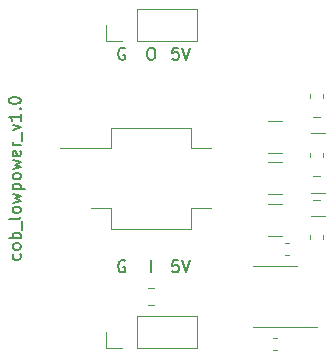
<source format=gbr>
G04 #@! TF.GenerationSoftware,KiCad,Pcbnew,5.1.4-e60b266~84~ubuntu18.04.1*
G04 #@! TF.CreationDate,2019-11-06T20:36:44-07:00*
G04 #@! TF.ProjectId,cob_5x5_lowpower,636f625f-3578-4355-9f6c-6f77706f7765,rev?*
G04 #@! TF.SameCoordinates,Original*
G04 #@! TF.FileFunction,Legend,Top*
G04 #@! TF.FilePolarity,Positive*
%FSLAX46Y46*%
G04 Gerber Fmt 4.6, Leading zero omitted, Abs format (unit mm)*
G04 Created by KiCad (PCBNEW 5.1.4-e60b266~84~ubuntu18.04.1) date 2019-11-06 20:36:44*
%MOMM*%
%LPD*%
G04 APERTURE LIST*
%ADD10C,0.150000*%
%ADD11C,0.120000*%
G04 APERTURE END LIST*
D10*
X103904761Y-121404761D02*
X103952380Y-121500000D01*
X103952380Y-121690476D01*
X103904761Y-121785714D01*
X103857142Y-121833333D01*
X103761904Y-121880952D01*
X103476190Y-121880952D01*
X103380952Y-121833333D01*
X103333333Y-121785714D01*
X103285714Y-121690476D01*
X103285714Y-121500000D01*
X103333333Y-121404761D01*
X103952380Y-120833333D02*
X103904761Y-120928571D01*
X103857142Y-120976190D01*
X103761904Y-121023809D01*
X103476190Y-121023809D01*
X103380952Y-120976190D01*
X103333333Y-120928571D01*
X103285714Y-120833333D01*
X103285714Y-120690476D01*
X103333333Y-120595238D01*
X103380952Y-120547619D01*
X103476190Y-120500000D01*
X103761904Y-120500000D01*
X103857142Y-120547619D01*
X103904761Y-120595238D01*
X103952380Y-120690476D01*
X103952380Y-120833333D01*
X103952380Y-120071428D02*
X102952380Y-120071428D01*
X103333333Y-120071428D02*
X103285714Y-119976190D01*
X103285714Y-119785714D01*
X103333333Y-119690476D01*
X103380952Y-119642857D01*
X103476190Y-119595238D01*
X103761904Y-119595238D01*
X103857142Y-119642857D01*
X103904761Y-119690476D01*
X103952380Y-119785714D01*
X103952380Y-119976190D01*
X103904761Y-120071428D01*
X104047619Y-119404761D02*
X104047619Y-118642857D01*
X103952380Y-118261904D02*
X103904761Y-118357142D01*
X103809523Y-118404761D01*
X102952380Y-118404761D01*
X103952380Y-117738095D02*
X103904761Y-117833333D01*
X103857142Y-117880952D01*
X103761904Y-117928571D01*
X103476190Y-117928571D01*
X103380952Y-117880952D01*
X103333333Y-117833333D01*
X103285714Y-117738095D01*
X103285714Y-117595238D01*
X103333333Y-117500000D01*
X103380952Y-117452380D01*
X103476190Y-117404761D01*
X103761904Y-117404761D01*
X103857142Y-117452380D01*
X103904761Y-117500000D01*
X103952380Y-117595238D01*
X103952380Y-117738095D01*
X103285714Y-117071428D02*
X103952380Y-116880952D01*
X103476190Y-116690476D01*
X103952380Y-116500000D01*
X103285714Y-116309523D01*
X103285714Y-115928571D02*
X104285714Y-115928571D01*
X103333333Y-115928571D02*
X103285714Y-115833333D01*
X103285714Y-115642857D01*
X103333333Y-115547619D01*
X103380952Y-115500000D01*
X103476190Y-115452380D01*
X103761904Y-115452380D01*
X103857142Y-115500000D01*
X103904761Y-115547619D01*
X103952380Y-115642857D01*
X103952380Y-115833333D01*
X103904761Y-115928571D01*
X103952380Y-114880952D02*
X103904761Y-114976190D01*
X103857142Y-115023809D01*
X103761904Y-115071428D01*
X103476190Y-115071428D01*
X103380952Y-115023809D01*
X103333333Y-114976190D01*
X103285714Y-114880952D01*
X103285714Y-114738095D01*
X103333333Y-114642857D01*
X103380952Y-114595238D01*
X103476190Y-114547619D01*
X103761904Y-114547619D01*
X103857142Y-114595238D01*
X103904761Y-114642857D01*
X103952380Y-114738095D01*
X103952380Y-114880952D01*
X103285714Y-114214285D02*
X103952380Y-114023809D01*
X103476190Y-113833333D01*
X103952380Y-113642857D01*
X103285714Y-113452380D01*
X103904761Y-112690476D02*
X103952380Y-112785714D01*
X103952380Y-112976190D01*
X103904761Y-113071428D01*
X103809523Y-113119047D01*
X103428571Y-113119047D01*
X103333333Y-113071428D01*
X103285714Y-112976190D01*
X103285714Y-112785714D01*
X103333333Y-112690476D01*
X103428571Y-112642857D01*
X103523809Y-112642857D01*
X103619047Y-113119047D01*
X103952380Y-112214285D02*
X103285714Y-112214285D01*
X103476190Y-112214285D02*
X103380952Y-112166666D01*
X103333333Y-112119047D01*
X103285714Y-112023809D01*
X103285714Y-111928571D01*
X104047619Y-111833333D02*
X104047619Y-111071428D01*
X103285714Y-110928571D02*
X103952380Y-110690476D01*
X103285714Y-110452380D01*
X103952380Y-109547619D02*
X103952380Y-110119047D01*
X103952380Y-109833333D02*
X102952380Y-109833333D01*
X103095238Y-109928571D01*
X103190476Y-110023809D01*
X103238095Y-110119047D01*
X103857142Y-109119047D02*
X103904761Y-109071428D01*
X103952380Y-109119047D01*
X103904761Y-109166666D01*
X103857142Y-109119047D01*
X103952380Y-109119047D01*
X102952380Y-108452380D02*
X102952380Y-108357142D01*
X103000000Y-108261904D01*
X103047619Y-108214285D01*
X103142857Y-108166666D01*
X103333333Y-108119047D01*
X103571428Y-108119047D01*
X103761904Y-108166666D01*
X103857142Y-108214285D01*
X103904761Y-108261904D01*
X103952380Y-108357142D01*
X103952380Y-108452380D01*
X103904761Y-108547619D01*
X103857142Y-108595238D01*
X103761904Y-108642857D01*
X103571428Y-108690476D01*
X103333333Y-108690476D01*
X103142857Y-108642857D01*
X103047619Y-108595238D01*
X103000000Y-108547619D01*
X102952380Y-108452380D01*
X112761904Y-122000000D02*
X112666666Y-121952380D01*
X112523809Y-121952380D01*
X112380952Y-122000000D01*
X112285714Y-122095238D01*
X112238095Y-122190476D01*
X112190476Y-122380952D01*
X112190476Y-122523809D01*
X112238095Y-122714285D01*
X112285714Y-122809523D01*
X112380952Y-122904761D01*
X112523809Y-122952380D01*
X112619047Y-122952380D01*
X112761904Y-122904761D01*
X112809523Y-122857142D01*
X112809523Y-122523809D01*
X112619047Y-122523809D01*
X115000000Y-122952380D02*
X115000000Y-121952380D01*
X117309523Y-121952380D02*
X116833333Y-121952380D01*
X116785714Y-122428571D01*
X116833333Y-122380952D01*
X116928571Y-122333333D01*
X117166666Y-122333333D01*
X117261904Y-122380952D01*
X117309523Y-122428571D01*
X117357142Y-122523809D01*
X117357142Y-122761904D01*
X117309523Y-122857142D01*
X117261904Y-122904761D01*
X117166666Y-122952380D01*
X116928571Y-122952380D01*
X116833333Y-122904761D01*
X116785714Y-122857142D01*
X117642857Y-121952380D02*
X117976190Y-122952380D01*
X118309523Y-121952380D01*
X117309523Y-103952380D02*
X116833333Y-103952380D01*
X116785714Y-104428571D01*
X116833333Y-104380952D01*
X116928571Y-104333333D01*
X117166666Y-104333333D01*
X117261904Y-104380952D01*
X117309523Y-104428571D01*
X117357142Y-104523809D01*
X117357142Y-104761904D01*
X117309523Y-104857142D01*
X117261904Y-104904761D01*
X117166666Y-104952380D01*
X116928571Y-104952380D01*
X116833333Y-104904761D01*
X116785714Y-104857142D01*
X117642857Y-103952380D02*
X117976190Y-104952380D01*
X118309523Y-103952380D01*
X114904761Y-103952380D02*
X115095238Y-103952380D01*
X115190476Y-104000000D01*
X115285714Y-104095238D01*
X115333333Y-104285714D01*
X115333333Y-104619047D01*
X115285714Y-104809523D01*
X115190476Y-104904761D01*
X115095238Y-104952380D01*
X114904761Y-104952380D01*
X114809523Y-104904761D01*
X114714285Y-104809523D01*
X114666666Y-104619047D01*
X114666666Y-104285714D01*
X114714285Y-104095238D01*
X114809523Y-104000000D01*
X114904761Y-103952380D01*
X112761904Y-104000000D02*
X112666666Y-103952380D01*
X112523809Y-103952380D01*
X112380952Y-104000000D01*
X112285714Y-104095238D01*
X112238095Y-104190476D01*
X112190476Y-104380952D01*
X112190476Y-104523809D01*
X112238095Y-104714285D01*
X112285714Y-104809523D01*
X112380952Y-104904761D01*
X112523809Y-104952380D01*
X112619047Y-104952380D01*
X112761904Y-104904761D01*
X112809523Y-104857142D01*
X112809523Y-104523809D01*
X112619047Y-104523809D01*
D11*
X111170000Y-103330000D02*
X111170000Y-102000000D01*
X112500000Y-103330000D02*
X111170000Y-103330000D01*
X113770000Y-103330000D02*
X113770000Y-100670000D01*
X113770000Y-100670000D02*
X118910000Y-100670000D01*
X113770000Y-103330000D02*
X118910000Y-103330000D01*
X118910000Y-103330000D02*
X118910000Y-100670000D01*
X125500000Y-127590000D02*
X129025000Y-127590000D01*
X125500000Y-127590000D02*
X123620000Y-127590000D01*
X125500000Y-122410000D02*
X127380000Y-122410000D01*
X125500000Y-122410000D02*
X123620000Y-122410000D01*
X128490000Y-119837221D02*
X128490000Y-120162779D01*
X129510000Y-119837221D02*
X129510000Y-120162779D01*
X129510000Y-113162779D02*
X129510000Y-112837221D01*
X128490000Y-113162779D02*
X128490000Y-112837221D01*
X128490000Y-107837221D02*
X128490000Y-108162779D01*
X129510000Y-107837221D02*
X129510000Y-108162779D01*
X124897936Y-119860000D02*
X126102064Y-119860000D01*
X124897936Y-117140000D02*
X126102064Y-117140000D01*
X124897936Y-116360000D02*
X126102064Y-116360000D01*
X124897936Y-113640000D02*
X126102064Y-113640000D01*
X124897936Y-112860000D02*
X126102064Y-112860000D01*
X124897936Y-110140000D02*
X126102064Y-110140000D01*
X128700000Y-116800000D02*
X129300000Y-116800000D01*
X129700000Y-118200000D02*
X129700000Y-118200000D01*
X128500000Y-118200000D02*
X129700000Y-118200000D01*
X128700000Y-114800000D02*
X129300000Y-114800000D01*
X129700000Y-116200000D02*
X129700000Y-116200000D01*
X128500000Y-116200000D02*
X129700000Y-116200000D01*
X128700000Y-109800000D02*
X129300000Y-109800000D01*
X129700000Y-111200000D02*
X129700000Y-111200000D01*
X128500000Y-111200000D02*
X129700000Y-111200000D01*
X111170000Y-129330000D02*
X111170000Y-128000000D01*
X112500000Y-129330000D02*
X111170000Y-129330000D01*
X113770000Y-129330000D02*
X113770000Y-126670000D01*
X113770000Y-126670000D02*
X118910000Y-126670000D01*
X113770000Y-129330000D02*
X118910000Y-129330000D01*
X118910000Y-129330000D02*
X118910000Y-126670000D01*
X107250000Y-112450000D02*
X111600000Y-112450000D01*
X111600000Y-110700000D02*
X111600000Y-112450000D01*
X118400000Y-112450000D02*
X119700000Y-112450000D01*
X118400000Y-110700000D02*
X118400000Y-112450000D01*
X119700000Y-112450000D02*
X120100000Y-112450000D01*
X120100000Y-117550000D02*
X118400000Y-117550000D01*
X118400000Y-119300000D02*
X111600000Y-119300000D01*
X118400000Y-117550000D02*
X118400000Y-119300000D01*
X111600000Y-117550000D02*
X111600000Y-119300000D01*
X109900000Y-117550000D02*
X111600000Y-117550000D01*
X118400000Y-110700000D02*
X111600000Y-110700000D01*
X125337221Y-129510000D02*
X125662779Y-129510000D01*
X125337221Y-128490000D02*
X125662779Y-128490000D01*
X126662779Y-120490000D02*
X126337221Y-120490000D01*
X126662779Y-121510000D02*
X126337221Y-121510000D01*
X115258578Y-124290000D02*
X114741422Y-124290000D01*
X115258578Y-125710000D02*
X114741422Y-125710000D01*
M02*

</source>
